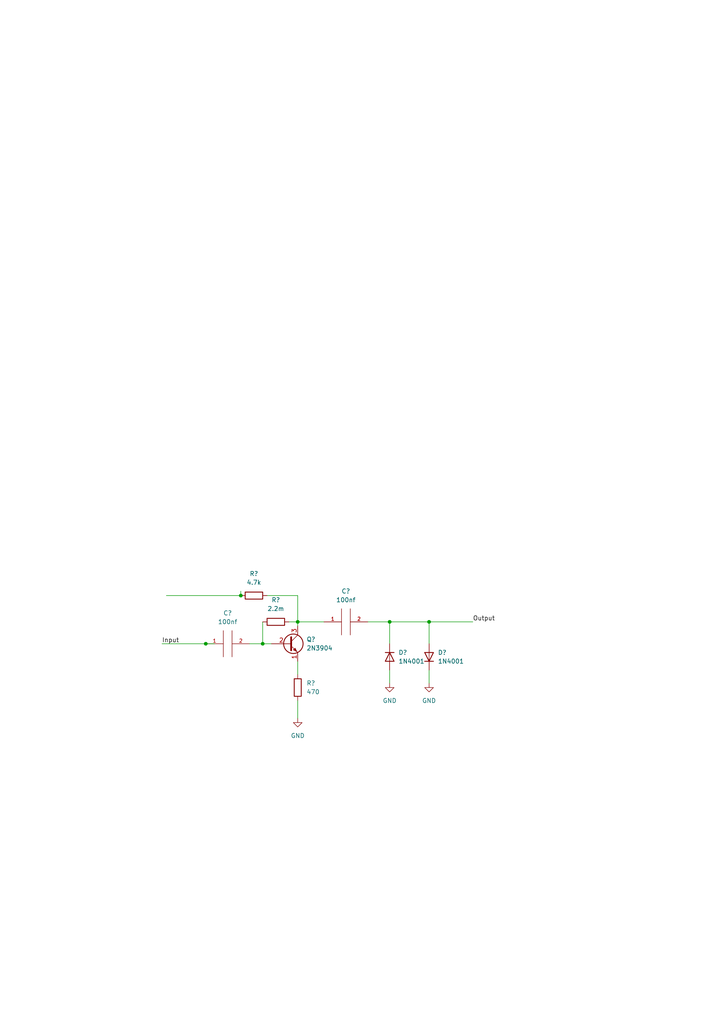
<source format=kicad_sch>
(kicad_sch (version 20211123) (generator eeschema)
  (paper "A4" portrait)
  (title_block (title "Electra Distortion"))
  (lib_symbols
    (symbol "Device:R" (pin_numbers hide) (pin_names (offset 0))
      (property "Reference" "R" (at 2.032 0 90))
      (property "Value" "R" (at 0 0 90))
      (symbol "R_0_1"
        (rectangle (start -1.016 -2.54) (end 1.016 2.54) (stroke (width 0.254)))
      )
      (symbol "R_1_1"
        (pin passive line (at 0 3.81 270) (length 1.27) (name "~") (number "1"))
        (pin passive line (at 0 -3.81 90) (length 1.27) (name "~") (number "2"))
      )
    )
    (symbol "Diode:1N4001" (pin_numbers hide) (pin_names hide)
      (property "Reference" "D" (at 0 2.54 0))
      (property "Value" "1N4001" (at 0 -2.54 0))
      (symbol "1N4001_0_1"
        (polyline (pts (xy -1.27 1.27) (xy -1.27 -1.27)) (stroke (width 0.254)))
        (polyline (pts (xy 1.27 0) (xy -1.27 0)))
        (polyline (pts (xy 1.27 1.27) (xy 1.27 -1.27) (xy -1.27 0) (xy 1.27 1.27)) (stroke (width 0.254)))
      )
      (symbol "1N4001_1_1"
        (pin passive line (at -3.81 0 0) (length 2.54) (name "K") (number "1"))
        (pin passive line (at 3.81 0 180) (length 2.54) (name "A") (number "2"))
      )
    )
    (symbol "Transistor_BJT:2N3904" (pin_names (offset 0) hide)
      (property "Reference" "Q" (at 5.08 1.905 0))
      (property "Value" "2N3904" (at 5.08 0 0))
      (symbol "2N3904_0_1"
        (polyline (pts (xy 0.635 0.635) (xy 2.54 2.54)))
        (polyline (pts (xy 0.635 -0.635) (xy 2.54 -2.54) (xy 2.54 -2.54)))
        (polyline (pts (xy 0.635 1.905) (xy 0.635 -1.905) (xy 0.635 -1.905)) (stroke (width 0.508)))
        (polyline (pts (xy 1.27 -1.778) (xy 1.778 -1.27) (xy 2.286 -2.286) (xy 1.27 -1.778) (xy 1.27 -1.778)) (fill (type outline)))
        (circle (center 1.27 0) (radius 2.8194) (stroke (width 0.254)))
      )
      (symbol "2N3904_1_1"
        (pin passive line (at 2.54 -5.08 90) (length 2.54) (name "E") (number "1"))
        (pin passive line (at -5.08 0 0) (length 5.715) (name "B") (number "2"))
        (pin passive line (at 2.54 5.08 270) (length 2.54) (name "C") (number "3"))
      )
    )
    (symbol "power:GND" (power) (pin_names (offset 0))
      (property "Value" "GND" (at 0 -3.81 0))
      (symbol "GND_0_1"
        (polyline (pts (xy 0 0) (xy 0 -1.27) (xy 1.27 -1.27) (xy 0 -2.54) (xy -1.27 -1.27) (xy 0 -1.27)))
      )
      (symbol "GND_1_1"
        (pin power_in line (at 0 0 270) (length 0) hide (name "GND") (number "1"))
      )
    )
    (symbol "pspice:C" (pin_names (offset 0.254))
      (property "Reference" "C" (at 2.54 3.81 90))
      (property "Value" "C" (at 2.54 -3.81 90))
      (symbol "C_0_1"
        (polyline (pts (xy -3.81 -1.27) (xy 3.81 -1.27)))
        (polyline (pts (xy -3.81 1.27) (xy 3.81 1.27)))
      )
      (symbol "C_1_1"
        (pin passive line (at 0 6.35 270) (length 5.08) (name "~") (number "1"))
        (pin passive line (at 0 -6.35 90) (length 5.08) (name "~") (number "2"))
      )
    )
  )
  (junction (at 76.2 186.69))
  (junction (at 113.03 180.34))
  (junction (at 59.69 186.69))
  (junction (at 124.46 180.34))
  (junction (at 69.85 172.72))
  (junction (at 86.36 180.34))
  (wire (pts (xy 76.2 180.34) (xy 76.2 186.69)))
  (wire (pts (xy 86.36 180.34) (xy 86.36 181.61)))
  (wire (pts (xy 59.69 186.69) (xy 62.23 186.69)))
  (wire (pts (xy 106.68 180.34) (xy 113.03 180.34)))
  (wire (pts (xy 86.36 191.77) (xy 86.36 195.58)))
  (wire (pts (xy 46.99 186.69) (xy 59.69 186.69)))
  (wire (pts (xy 72.39 186.69) (xy 76.2 186.69)))
  (wire (pts (xy 113.03 180.34) (xy 113.03 186.69)))
  (wire (pts (xy 113.03 180.34) (xy 124.46 180.34)))
  (wire (pts (xy 86.36 203.2) (xy 86.36 208.28)))
  (wire (pts (xy 113.03 194.31) (xy 113.03 198.12)))
  (wire (pts (xy 76.2 186.69) (xy 78.74 186.69)))
  (wire (pts (xy 124.46 194.31) (xy 124.46 198.12)))
  (wire (pts (xy 124.46 180.34) (xy 124.46 186.69)))
  (wire (pts (xy 83.82 180.34) (xy 86.36 180.34)))
  (wire (pts (xy 48.26 172.72) (xy 69.85 172.72)))
  (wire (pts (xy 86.36 172.72) (xy 86.36 180.34)))
  (wire (pts (xy 86.36 180.34) (xy 93.98 180.34)))
  (wire (pts (xy 124.46 180.34) (xy 137.16 180.34)))
  (wire (pts (xy 77.47 172.72) (xy 86.36 172.72)))
  (wire (pts (xy 69.85 171.45) (xy 69.85 172.72)))
  (label "Output" (at 137.16 180.34 0))
  (label "Input" (at 46.99 186.69 0))
  (symbol (lib_id "Diode:1N4001") (at 113.03 190.5 270) (unit 1)
    (property "Reference" "D?" (at 115.57 189.2299 90) (effects (justify left)))
    (property "Value" "1N4001" (at 115.57 191.7699 90) (effects (justify left)))
    (property "Footprint" "Diode_THT:D_DO-41_SOD81_P10.16mm_Horizontal" (effects hide))
    (property "Datasheet" "http://www.vishay.com/docs/88503/1n4001.pdf" (effects hide))
  )
  (symbol (lib_id "pspice:C") (at 66.04 186.69 90) (unit 1)
    (property "Reference" "C?" (at 66.04 177.8 90))
    (property "Value" "100nf" (at 66.04 180.34 90))
  )
  (symbol (lib_id "Device:R") (at 73.66 172.72 90) (unit 1)
    (property "Reference" "R?" (at 73.66 166.37 90))
    (property "Value" "4.7k" (at 73.66 168.91 90))
  )
  (symbol (lib_id "pspice:C") (at 100.33 180.34 90) (unit 1)
    (property "Reference" "C?" (at 100.33 171.45 90))
    (property "Value" "100nf" (at 100.33 173.99 90))
  )
  (symbol (lib_id "power:GND") (at 86.36 208.28 0) (unit 1)
    (property "Reference" "#PWR?" (effects hide))
    (property "Value" "GND" (at 86.36 213.36 0))
  )
  (symbol (lib_id "Diode:1N4001") (at 124.46 190.5 90) (unit 1)
    (property "Reference" "D?" (at 127 189.2299 90) (effects (justify right)))
    (property "Value" "1N4001" (at 127 191.7699 90) (effects (justify right)))
    (property "Footprint" "Diode_THT:D_DO-41_SOD81_P10.16mm_Horizontal" (effects hide))
    (property "Datasheet" "http://www.vishay.com/docs/88503/1n4001.pdf" (effects hide))
  )
  (symbol (lib_id "Transistor_BJT:2N3904") (at 83.82 186.69 0) (unit 1)
    (property "Reference" "Q?" (at 88.9 185.4199 0) (effects (justify left)))
    (property "Value" "2N3904" (at 88.9 187.9599 0) (effects (justify left)))
    (property "Footprint" "Package_TO_SOT_THT:TO-92_Inline" (effects hide))
    (property "Datasheet" "https://www.onsemi.com/pub/Collateral/2N3903-D.PDF" (effects hide))
  )
  (symbol (lib_id "power:GND") (at 124.46 198.12 0) (unit 1)
    (property "Reference" "#PWR?" (effects hide))
    (property "Value" "GND" (at 124.46 203.2 0))
  )
  (symbol (lib_id "power:GND") (at 113.03 198.12 0) (unit 1)
    (property "Reference" "#PWR?" (effects hide))
    (property "Value" "GND" (at 113.03 203.2 0))
  )
  (symbol (lib_id "Device:R") (at 80.01 180.34 90) (unit 1)
    (property "Reference" "R?" (at 80.01 173.99 90))
    (property "Value" "2.2m" (at 80.01 176.53 90))
  )
  (symbol (lib_id "Device:R") (at 86.36 199.39 0) (unit 1)
    (property "Reference" "R?" (at 88.9 198.1199 0) (effects (justify left)))
    (property "Value" "470" (at 88.9 200.6599 0) (effects (justify left)))
  )
)
</source>
